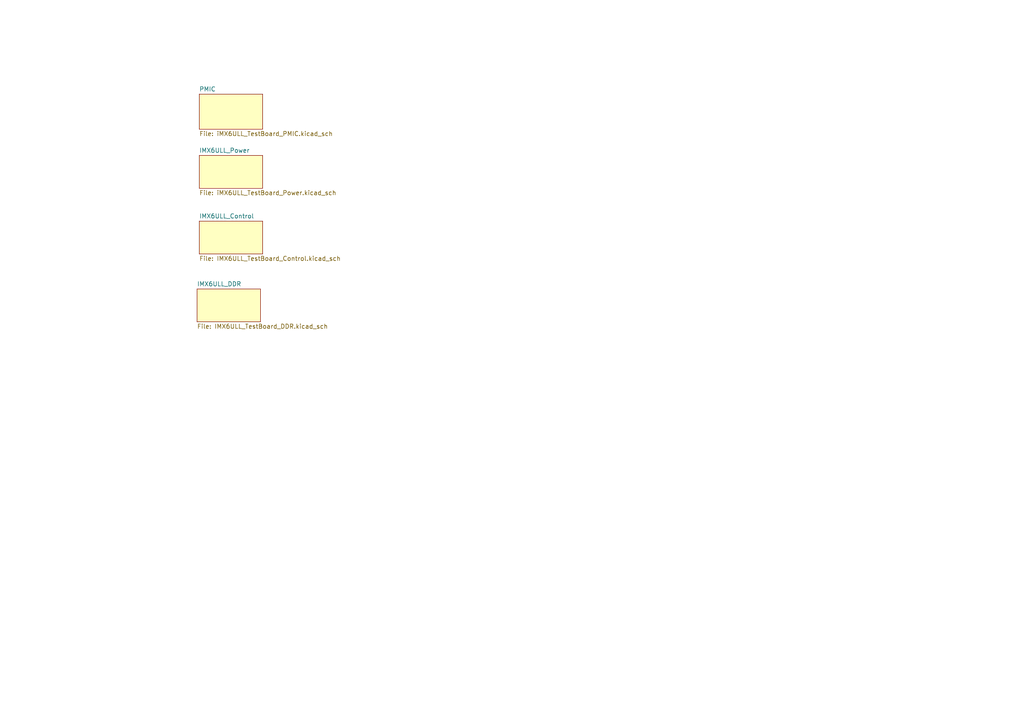
<source format=kicad_sch>
(kicad_sch
	(version 20231120)
	(generator "eeschema")
	(generator_version "8.0")
	(uuid "26df6d20-7f97-49a8-9397-eec65d00beb9")
	(paper "A4")
	(lib_symbols)
	(sheet
		(at 57.785 27.305)
		(size 18.415 10.16)
		(fields_autoplaced yes)
		(stroke
			(width 0.1524)
			(type solid)
		)
		(fill
			(color 255 255 194 1.0000)
		)
		(uuid "170a856f-5ad8-4c23-af7a-96ba4c5fcce9")
		(property "Sheetname" "PMIC"
			(at 57.785 26.5934 0)
			(effects
				(font
					(size 1.27 1.27)
				)
				(justify left bottom)
			)
		)
		(property "Sheetfile" "iMX6ULL_TestBoard_PMIC.kicad_sch"
			(at 57.785 38.0496 0)
			(effects
				(font
					(size 1.27 1.27)
				)
				(justify left top)
			)
		)
		(instances
			(project "iMX6ULL_TestBoard"
				(path "/26df6d20-7f97-49a8-9397-eec65d00beb9"
					(page "2")
				)
			)
		)
	)
	(sheet
		(at 57.15 83.82)
		(size 18.415 9.525)
		(fields_autoplaced yes)
		(stroke
			(width 0.1524)
			(type solid)
		)
		(fill
			(color 255 255 194 1.0000)
		)
		(uuid "2b0635b6-9207-4917-b161-3847b63df8e6")
		(property "Sheetname" "IMX6ULL_DDR"
			(at 57.15 83.1084 0)
			(effects
				(font
					(size 1.27 1.27)
				)
				(justify left bottom)
			)
		)
		(property "Sheetfile" "IMX6ULL_TestBoard_DDR.kicad_sch"
			(at 57.15 93.9296 0)
			(effects
				(font
					(size 1.27 1.27)
				)
				(justify left top)
			)
		)
		(instances
			(project "iMX6ULL_TestBoard"
				(path "/26df6d20-7f97-49a8-9397-eec65d00beb9"
					(page "5")
				)
			)
		)
	)
	(sheet
		(at 57.785 64.135)
		(size 18.415 9.525)
		(fields_autoplaced yes)
		(stroke
			(width 0.1524)
			(type solid)
		)
		(fill
			(color 255 255 194 1.0000)
		)
		(uuid "a20d24cd-9e4b-441d-bac3-d93eeb10b0af")
		(property "Sheetname" "IMX6ULL_Control"
			(at 57.785 63.4234 0)
			(effects
				(font
					(size 1.27 1.27)
				)
				(justify left bottom)
			)
		)
		(property "Sheetfile" "IMX6ULL_TestBoard_Control.kicad_sch"
			(at 57.785 74.2446 0)
			(effects
				(font
					(size 1.27 1.27)
				)
				(justify left top)
			)
		)
		(instances
			(project "iMX6ULL_TestBoard"
				(path "/26df6d20-7f97-49a8-9397-eec65d00beb9"
					(page "4")
				)
			)
		)
	)
	(sheet
		(at 57.785 45.085)
		(size 18.415 9.525)
		(fields_autoplaced yes)
		(stroke
			(width 0.1524)
			(type solid)
		)
		(fill
			(color 255 255 194 1.0000)
		)
		(uuid "ed627054-0f03-4af9-b4aa-7b4b8670e321")
		(property "Sheetname" "IMX6ULL_Power"
			(at 57.785 44.3734 0)
			(effects
				(font
					(size 1.27 1.27)
				)
				(justify left bottom)
			)
		)
		(property "Sheetfile" "iMX6ULL_TestBoard_Power.kicad_sch"
			(at 57.785 55.1946 0)
			(effects
				(font
					(size 1.27 1.27)
				)
				(justify left top)
			)
		)
		(instances
			(project "iMX6ULL_TestBoard"
				(path "/26df6d20-7f97-49a8-9397-eec65d00beb9"
					(page "3")
				)
			)
		)
	)
	(sheet_instances
		(path "/"
			(page "1")
		)
	)
)

</source>
